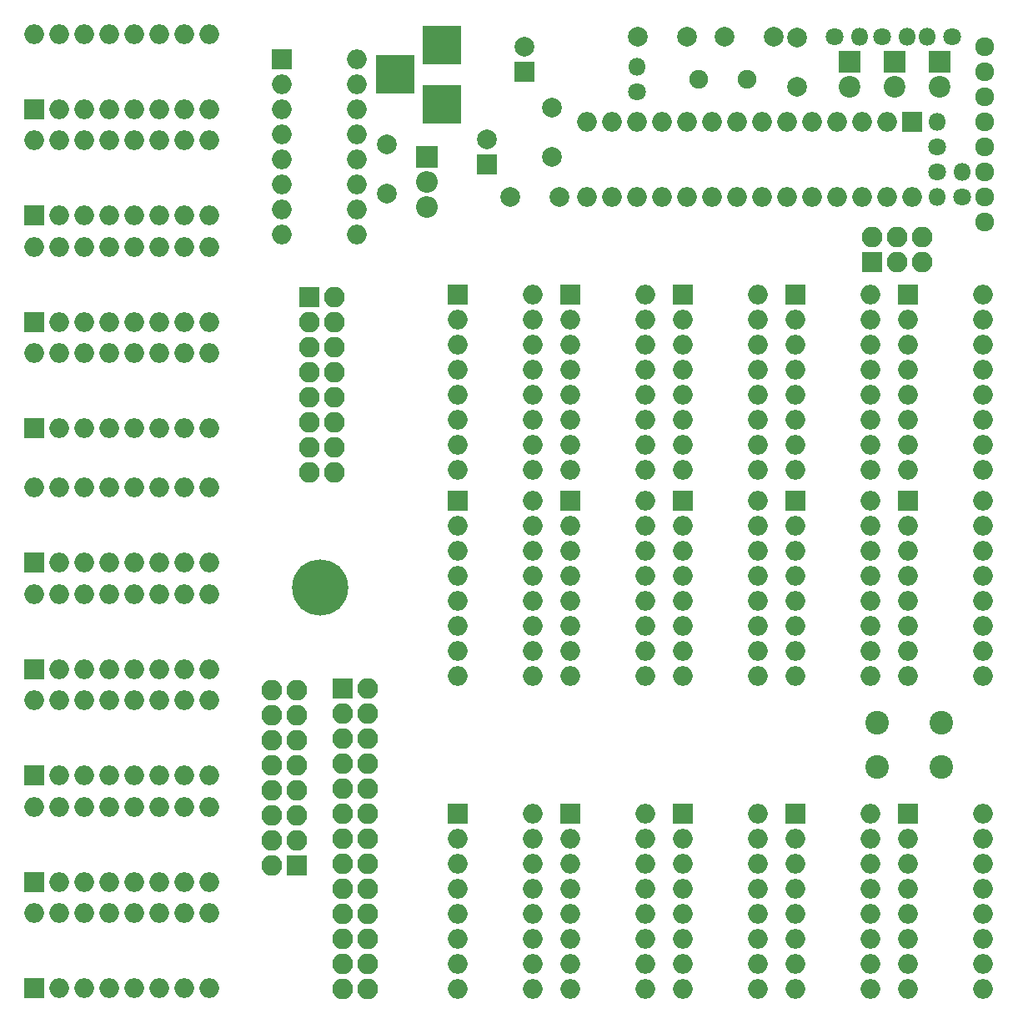
<source format=gts>
G04 #@! TF.FileFunction,Soldermask,Top*
%FSLAX46Y46*%
G04 Gerber Fmt 4.6, Leading zero omitted, Abs format (unit mm)*
G04 Created by KiCad (PCBNEW 4.0.7-e2-6376~58~ubuntu16.04.1) date Wed Feb 21 03:08:00 2018*
%MOMM*%
%LPD*%
G01*
G04 APERTURE LIST*
%ADD10C,0.100000*%
%ADD11C,2.400000*%
%ADD12R,2.100000X2.100000*%
%ADD13O,2.100000X2.100000*%
%ADD14C,1.900000*%
%ADD15C,2.000000*%
%ADD16R,2.000000X2.000000*%
%ADD17R,2.200000X2.200000*%
%ADD18C,2.200000*%
%ADD19R,3.900000X3.900000*%
%ADD20O,2.000000X2.000000*%
%ADD21O,2.200000X2.200000*%
%ADD22C,1.800000*%
%ADD23O,1.800000X1.800000*%
%ADD24C,5.700000*%
%ADD25C,1.924000*%
G04 APERTURE END LIST*
D10*
D11*
X112268000Y-101020000D03*
X112268000Y-96520000D03*
X118768000Y-101020000D03*
X118768000Y-96520000D03*
D12*
X53340000Y-110998000D03*
D13*
X50800000Y-110998000D03*
X53340000Y-108458000D03*
X50800000Y-108458000D03*
X53340000Y-105918000D03*
X50800000Y-105918000D03*
X53340000Y-103378000D03*
X50800000Y-103378000D03*
X53340000Y-100838000D03*
X50800000Y-100838000D03*
X53340000Y-98298000D03*
X50800000Y-98298000D03*
X53340000Y-95758000D03*
X50800000Y-95758000D03*
X53340000Y-93218000D03*
X50800000Y-93218000D03*
D12*
X58039000Y-93091000D03*
D13*
X60579000Y-93091000D03*
X58039000Y-95631000D03*
X60579000Y-95631000D03*
X58039000Y-98171000D03*
X60579000Y-98171000D03*
X58039000Y-100711000D03*
X60579000Y-100711000D03*
X58039000Y-103251000D03*
X60579000Y-103251000D03*
X58039000Y-105791000D03*
X60579000Y-105791000D03*
X58039000Y-108331000D03*
X60579000Y-108331000D03*
X58039000Y-110871000D03*
X60579000Y-110871000D03*
X58039000Y-113411000D03*
X60579000Y-113411000D03*
X58039000Y-115951000D03*
X60579000Y-115951000D03*
X58039000Y-118491000D03*
X60579000Y-118491000D03*
X58039000Y-121031000D03*
X60579000Y-121031000D03*
X58039000Y-123571000D03*
X60579000Y-123571000D03*
D14*
X99060000Y-31242000D03*
X94180000Y-31242000D03*
D15*
X79248000Y-39116000D03*
X79248000Y-34116000D03*
D12*
X111760000Y-49784000D03*
D13*
X111760000Y-47244000D03*
X114300000Y-49784000D03*
X114300000Y-47244000D03*
X116840000Y-49784000D03*
X116840000Y-47244000D03*
D15*
X92964000Y-26924000D03*
X87964000Y-26924000D03*
X96774000Y-26924000D03*
X101774000Y-26924000D03*
X80010000Y-43180000D03*
X75010000Y-43180000D03*
X104140000Y-32004000D03*
X104140000Y-27004000D03*
D16*
X76454000Y-30480000D03*
D15*
X76454000Y-27980000D03*
D17*
X114046000Y-29464000D03*
D18*
X114046000Y-32004000D03*
D17*
X109474000Y-29464000D03*
D18*
X109474000Y-32004000D03*
D17*
X118618000Y-29464000D03*
D18*
X118618000Y-32004000D03*
D12*
X54610000Y-53340000D03*
D13*
X57150000Y-53340000D03*
X54610000Y-55880000D03*
X57150000Y-55880000D03*
X54610000Y-58420000D03*
X57150000Y-58420000D03*
X54610000Y-60960000D03*
X57150000Y-60960000D03*
X54610000Y-63500000D03*
X57150000Y-63500000D03*
X54610000Y-66040000D03*
X57150000Y-66040000D03*
X54610000Y-68580000D03*
X57150000Y-68580000D03*
X54610000Y-71120000D03*
X57150000Y-71120000D03*
D19*
X68072000Y-33782000D03*
X68072000Y-27782000D03*
X63372000Y-30782000D03*
D16*
X72644000Y-39878000D03*
D15*
X72644000Y-37378000D03*
X62484000Y-37846000D03*
X62484000Y-42846000D03*
D16*
X115443000Y-53086000D03*
D20*
X123063000Y-70866000D03*
X115443000Y-55626000D03*
X123063000Y-68326000D03*
X115443000Y-58166000D03*
X123063000Y-65786000D03*
X115443000Y-60706000D03*
X123063000Y-63246000D03*
X115443000Y-63246000D03*
X123063000Y-60706000D03*
X115443000Y-65786000D03*
X123063000Y-58166000D03*
X115443000Y-68326000D03*
X123063000Y-55626000D03*
X115443000Y-70866000D03*
X123063000Y-53086000D03*
D16*
X51816000Y-29210000D03*
D20*
X59436000Y-46990000D03*
X51816000Y-31750000D03*
X59436000Y-44450000D03*
X51816000Y-34290000D03*
X59436000Y-41910000D03*
X51816000Y-36830000D03*
X59436000Y-39370000D03*
X51816000Y-39370000D03*
X59436000Y-36830000D03*
X51816000Y-41910000D03*
X59436000Y-34290000D03*
X51816000Y-44450000D03*
X59436000Y-31750000D03*
X51816000Y-46990000D03*
X59436000Y-29210000D03*
D16*
X104013000Y-53086000D03*
D20*
X111633000Y-70866000D03*
X104013000Y-55626000D03*
X111633000Y-68326000D03*
X104013000Y-58166000D03*
X111633000Y-65786000D03*
X104013000Y-60706000D03*
X111633000Y-63246000D03*
X104013000Y-63246000D03*
X111633000Y-60706000D03*
X104013000Y-65786000D03*
X111633000Y-58166000D03*
X104013000Y-68326000D03*
X111633000Y-55626000D03*
X104013000Y-70866000D03*
X111633000Y-53086000D03*
D16*
X92583000Y-74041000D03*
D20*
X100203000Y-91821000D03*
X92583000Y-76581000D03*
X100203000Y-89281000D03*
X92583000Y-79121000D03*
X100203000Y-86741000D03*
X92583000Y-81661000D03*
X100203000Y-84201000D03*
X92583000Y-84201000D03*
X100203000Y-81661000D03*
X92583000Y-86741000D03*
X100203000Y-79121000D03*
X92583000Y-89281000D03*
X100203000Y-76581000D03*
X92583000Y-91821000D03*
X100203000Y-74041000D03*
D16*
X26670000Y-34290000D03*
D20*
X44450000Y-26670000D03*
X29210000Y-34290000D03*
X41910000Y-26670000D03*
X31750000Y-34290000D03*
X39370000Y-26670000D03*
X34290000Y-34290000D03*
X36830000Y-26670000D03*
X36830000Y-34290000D03*
X34290000Y-26670000D03*
X39370000Y-34290000D03*
X31750000Y-26670000D03*
X41910000Y-34290000D03*
X29210000Y-26670000D03*
X44450000Y-34290000D03*
X26670000Y-26670000D03*
D16*
X26670000Y-123495758D03*
D20*
X44450000Y-115875758D03*
X29210000Y-123495758D03*
X41910000Y-115875758D03*
X31750000Y-123495758D03*
X39370000Y-115875758D03*
X34290000Y-123495758D03*
X36830000Y-115875758D03*
X36830000Y-123495758D03*
X34290000Y-115875758D03*
X39370000Y-123495758D03*
X31750000Y-115875758D03*
X41910000Y-123495758D03*
X29210000Y-115875758D03*
X44450000Y-123495758D03*
X26670000Y-115875758D03*
D16*
X115443000Y-74041000D03*
D20*
X123063000Y-91821000D03*
X115443000Y-76581000D03*
X123063000Y-89281000D03*
X115443000Y-79121000D03*
X123063000Y-86741000D03*
X115443000Y-81661000D03*
X123063000Y-84201000D03*
X115443000Y-84201000D03*
X123063000Y-81661000D03*
X115443000Y-86741000D03*
X123063000Y-79121000D03*
X115443000Y-89281000D03*
X123063000Y-76581000D03*
X115443000Y-91821000D03*
X123063000Y-74041000D03*
D16*
X26670000Y-80315758D03*
D20*
X44450000Y-72695758D03*
X29210000Y-80315758D03*
X41910000Y-72695758D03*
X31750000Y-80315758D03*
X39370000Y-72695758D03*
X34290000Y-80315758D03*
X36830000Y-72695758D03*
X36830000Y-80315758D03*
X34290000Y-72695758D03*
X39370000Y-80315758D03*
X31750000Y-72695758D03*
X41910000Y-80315758D03*
X29210000Y-72695758D03*
X44450000Y-80315758D03*
X26670000Y-72695758D03*
D16*
X92583000Y-53086000D03*
D20*
X100203000Y-70866000D03*
X92583000Y-55626000D03*
X100203000Y-68326000D03*
X92583000Y-58166000D03*
X100203000Y-65786000D03*
X92583000Y-60706000D03*
X100203000Y-63246000D03*
X92583000Y-63246000D03*
X100203000Y-60706000D03*
X92583000Y-65786000D03*
X100203000Y-58166000D03*
X92583000Y-68326000D03*
X100203000Y-55626000D03*
X92583000Y-70866000D03*
X100203000Y-53086000D03*
D16*
X104013000Y-74041000D03*
D20*
X111633000Y-91821000D03*
X104013000Y-76581000D03*
X111633000Y-89281000D03*
X104013000Y-79121000D03*
X111633000Y-86741000D03*
X104013000Y-81661000D03*
X111633000Y-84201000D03*
X104013000Y-84201000D03*
X111633000Y-81661000D03*
X104013000Y-86741000D03*
X111633000Y-79121000D03*
X104013000Y-89281000D03*
X111633000Y-76581000D03*
X104013000Y-91821000D03*
X111633000Y-74041000D03*
D16*
X26670000Y-45085000D03*
D20*
X44450000Y-37465000D03*
X29210000Y-45085000D03*
X41910000Y-37465000D03*
X31750000Y-45085000D03*
X39370000Y-37465000D03*
X34290000Y-45085000D03*
X36830000Y-37465000D03*
X36830000Y-45085000D03*
X34290000Y-37465000D03*
X39370000Y-45085000D03*
X31750000Y-37465000D03*
X41910000Y-45085000D03*
X29210000Y-37465000D03*
X44450000Y-45085000D03*
X26670000Y-37465000D03*
D16*
X26670000Y-112700758D03*
D20*
X44450000Y-105080758D03*
X29210000Y-112700758D03*
X41910000Y-105080758D03*
X31750000Y-112700758D03*
X39370000Y-105080758D03*
X34290000Y-112700758D03*
X36830000Y-105080758D03*
X36830000Y-112700758D03*
X34290000Y-105080758D03*
X39370000Y-112700758D03*
X31750000Y-105080758D03*
X41910000Y-112700758D03*
X29210000Y-105080758D03*
X44450000Y-112700758D03*
X26670000Y-105080758D03*
D16*
X115443000Y-105791000D03*
D20*
X123063000Y-123571000D03*
X115443000Y-108331000D03*
X123063000Y-121031000D03*
X115443000Y-110871000D03*
X123063000Y-118491000D03*
X115443000Y-113411000D03*
X123063000Y-115951000D03*
X115443000Y-115951000D03*
X123063000Y-113411000D03*
X115443000Y-118491000D03*
X123063000Y-110871000D03*
X115443000Y-121031000D03*
X123063000Y-108331000D03*
X115443000Y-123571000D03*
X123063000Y-105791000D03*
D16*
X81153000Y-53086000D03*
D20*
X88773000Y-70866000D03*
X81153000Y-55626000D03*
X88773000Y-68326000D03*
X81153000Y-58166000D03*
X88773000Y-65786000D03*
X81153000Y-60706000D03*
X88773000Y-63246000D03*
X81153000Y-63246000D03*
X88773000Y-60706000D03*
X81153000Y-65786000D03*
X88773000Y-58166000D03*
X81153000Y-68326000D03*
X88773000Y-55626000D03*
X81153000Y-70866000D03*
X88773000Y-53086000D03*
D16*
X104013000Y-105791000D03*
D20*
X111633000Y-123571000D03*
X104013000Y-108331000D03*
X111633000Y-121031000D03*
X104013000Y-110871000D03*
X111633000Y-118491000D03*
X104013000Y-113411000D03*
X111633000Y-115951000D03*
X104013000Y-115951000D03*
X111633000Y-113411000D03*
X104013000Y-118491000D03*
X111633000Y-110871000D03*
X104013000Y-121031000D03*
X111633000Y-108331000D03*
X104013000Y-123571000D03*
X111633000Y-105791000D03*
D16*
X26670000Y-55880000D03*
D20*
X44450000Y-48260000D03*
X29210000Y-55880000D03*
X41910000Y-48260000D03*
X31750000Y-55880000D03*
X39370000Y-48260000D03*
X34290000Y-55880000D03*
X36830000Y-48260000D03*
X36830000Y-55880000D03*
X34290000Y-48260000D03*
X39370000Y-55880000D03*
X31750000Y-48260000D03*
X41910000Y-55880000D03*
X29210000Y-48260000D03*
X44450000Y-55880000D03*
X26670000Y-48260000D03*
D16*
X26670000Y-101905758D03*
D20*
X44450000Y-94285758D03*
X29210000Y-101905758D03*
X41910000Y-94285758D03*
X31750000Y-101905758D03*
X39370000Y-94285758D03*
X34290000Y-101905758D03*
X36830000Y-94285758D03*
X36830000Y-101905758D03*
X34290000Y-94285758D03*
X39370000Y-101905758D03*
X31750000Y-94285758D03*
X41910000Y-101905758D03*
X29210000Y-94285758D03*
X44450000Y-101905758D03*
X26670000Y-94285758D03*
D16*
X69723000Y-53086000D03*
D20*
X77343000Y-70866000D03*
X69723000Y-55626000D03*
X77343000Y-68326000D03*
X69723000Y-58166000D03*
X77343000Y-65786000D03*
X69723000Y-60706000D03*
X77343000Y-63246000D03*
X69723000Y-63246000D03*
X77343000Y-60706000D03*
X69723000Y-65786000D03*
X77343000Y-58166000D03*
X69723000Y-68326000D03*
X77343000Y-55626000D03*
X69723000Y-70866000D03*
X77343000Y-53086000D03*
D16*
X92583000Y-105791000D03*
D20*
X100203000Y-123571000D03*
X92583000Y-108331000D03*
X100203000Y-121031000D03*
X92583000Y-110871000D03*
X100203000Y-118491000D03*
X92583000Y-113411000D03*
X100203000Y-115951000D03*
X92583000Y-115951000D03*
X100203000Y-113411000D03*
X92583000Y-118491000D03*
X100203000Y-110871000D03*
X92583000Y-121031000D03*
X100203000Y-108331000D03*
X92583000Y-123571000D03*
X100203000Y-105791000D03*
D16*
X26670000Y-66675000D03*
D20*
X44450000Y-59055000D03*
X29210000Y-66675000D03*
X41910000Y-59055000D03*
X31750000Y-66675000D03*
X39370000Y-59055000D03*
X34290000Y-66675000D03*
X36830000Y-59055000D03*
X36830000Y-66675000D03*
X34290000Y-59055000D03*
X39370000Y-66675000D03*
X31750000Y-59055000D03*
X41910000Y-66675000D03*
X29210000Y-59055000D03*
X44450000Y-66675000D03*
X26670000Y-59055000D03*
D16*
X26670000Y-91110758D03*
D20*
X44450000Y-83490758D03*
X29210000Y-91110758D03*
X41910000Y-83490758D03*
X31750000Y-91110758D03*
X39370000Y-83490758D03*
X34290000Y-91110758D03*
X36830000Y-83490758D03*
X36830000Y-91110758D03*
X34290000Y-83490758D03*
X39370000Y-91110758D03*
X31750000Y-83490758D03*
X41910000Y-91110758D03*
X29210000Y-83490758D03*
X44450000Y-91110758D03*
X26670000Y-83490758D03*
D16*
X69723000Y-74041000D03*
D20*
X77343000Y-91821000D03*
X69723000Y-76581000D03*
X77343000Y-89281000D03*
X69723000Y-79121000D03*
X77343000Y-86741000D03*
X69723000Y-81661000D03*
X77343000Y-84201000D03*
X69723000Y-84201000D03*
X77343000Y-81661000D03*
X69723000Y-86741000D03*
X77343000Y-79121000D03*
X69723000Y-89281000D03*
X77343000Y-76581000D03*
X69723000Y-91821000D03*
X77343000Y-74041000D03*
D16*
X81153000Y-105791000D03*
D20*
X88773000Y-123571000D03*
X81153000Y-108331000D03*
X88773000Y-121031000D03*
X81153000Y-110871000D03*
X88773000Y-118491000D03*
X81153000Y-113411000D03*
X88773000Y-115951000D03*
X81153000Y-115951000D03*
X88773000Y-113411000D03*
X81153000Y-118491000D03*
X88773000Y-110871000D03*
X81153000Y-121031000D03*
X88773000Y-108331000D03*
X81153000Y-123571000D03*
X88773000Y-105791000D03*
D16*
X81153000Y-74041000D03*
D20*
X88773000Y-91821000D03*
X81153000Y-76581000D03*
X88773000Y-89281000D03*
X81153000Y-79121000D03*
X88773000Y-86741000D03*
X81153000Y-81661000D03*
X88773000Y-84201000D03*
X81153000Y-84201000D03*
X88773000Y-81661000D03*
X81153000Y-86741000D03*
X88773000Y-79121000D03*
X81153000Y-89281000D03*
X88773000Y-76581000D03*
X81153000Y-91821000D03*
X88773000Y-74041000D03*
D16*
X69723000Y-105791000D03*
D20*
X77343000Y-123571000D03*
X69723000Y-108331000D03*
X77343000Y-121031000D03*
X69723000Y-110871000D03*
X77343000Y-118491000D03*
X69723000Y-113411000D03*
X77343000Y-115951000D03*
X69723000Y-115951000D03*
X77343000Y-113411000D03*
X69723000Y-118491000D03*
X77343000Y-110871000D03*
X69723000Y-121031000D03*
X77343000Y-108331000D03*
X69723000Y-123571000D03*
X77343000Y-105791000D03*
D16*
X115824000Y-35560000D03*
D20*
X82804000Y-43180000D03*
X113284000Y-35560000D03*
X85344000Y-43180000D03*
X110744000Y-35560000D03*
X87884000Y-43180000D03*
X108204000Y-35560000D03*
X90424000Y-43180000D03*
X105664000Y-35560000D03*
X92964000Y-43180000D03*
X103124000Y-35560000D03*
X95504000Y-43180000D03*
X100584000Y-35560000D03*
X98044000Y-43180000D03*
X98044000Y-35560000D03*
X100584000Y-43180000D03*
X95504000Y-35560000D03*
X103124000Y-43180000D03*
X92964000Y-35560000D03*
X105664000Y-43180000D03*
X90424000Y-35560000D03*
X108204000Y-43180000D03*
X87884000Y-35560000D03*
X110744000Y-43180000D03*
X85344000Y-35560000D03*
X113284000Y-43180000D03*
X82804000Y-35560000D03*
X115824000Y-43180000D03*
D17*
X66548000Y-39116000D03*
D21*
X66548000Y-41656000D03*
X66548000Y-44196000D03*
D22*
X120904000Y-43180000D03*
D23*
X120904000Y-40640000D03*
D22*
X118364000Y-40640000D03*
D23*
X118364000Y-43180000D03*
D22*
X119888000Y-26924000D03*
D23*
X117348000Y-26924000D03*
D22*
X112776000Y-26924000D03*
D23*
X115316000Y-26924000D03*
D22*
X107950000Y-26924000D03*
D23*
X110490000Y-26924000D03*
D22*
X118364000Y-38100000D03*
D23*
X118364000Y-35560000D03*
D22*
X87884000Y-32512000D03*
D23*
X87884000Y-29972000D03*
D24*
X55753000Y-82804000D03*
D25*
X123190000Y-27940000D03*
X123190000Y-30480000D03*
X123190000Y-33020000D03*
X123190000Y-35560000D03*
X123190000Y-38100000D03*
X123190000Y-40640000D03*
X123190000Y-43180000D03*
X123190000Y-45720000D03*
M02*

</source>
